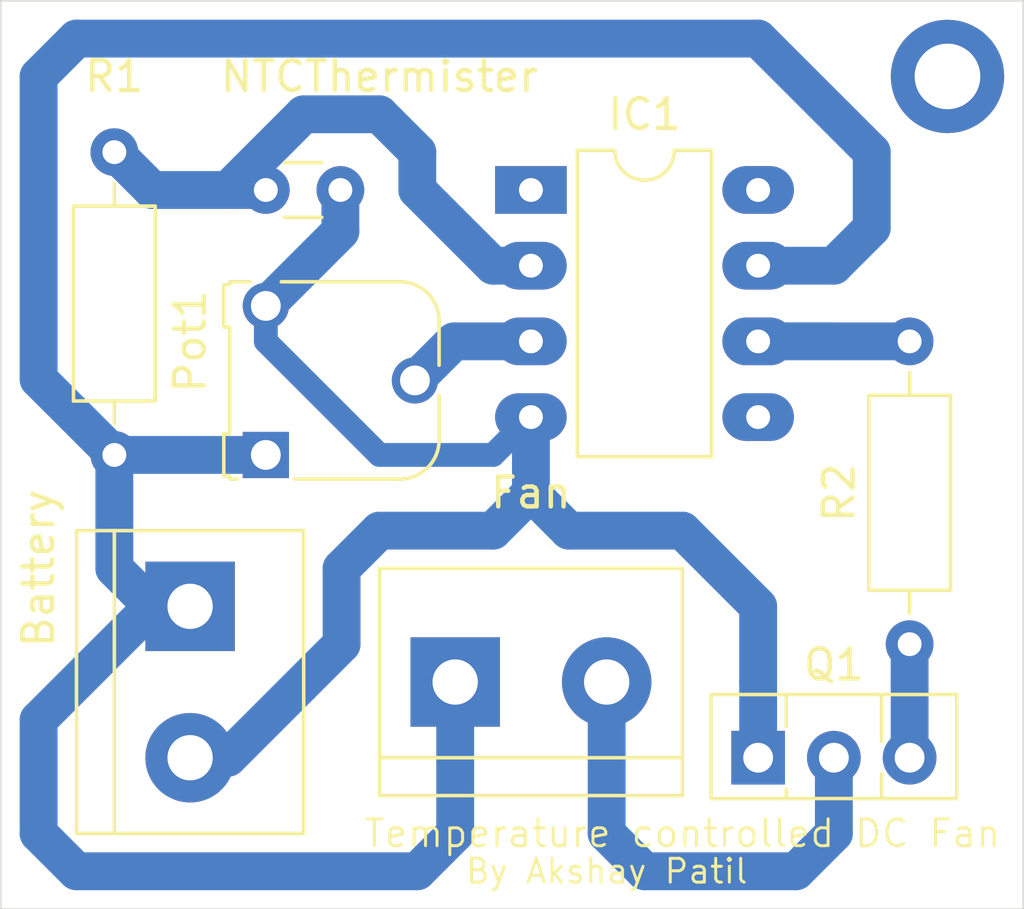
<source format=kicad_pcb>
(kicad_pcb (version 20171130) (host pcbnew "(5.1.9)-1")

  (general
    (thickness 1.6)
    (drawings 6)
    (tracks 58)
    (zones 0)
    (modules 9)
    (nets 11)
  )

  (page A4)
  (layers
    (0 F.Cu signal)
    (31 B.Cu signal)
    (33 F.Adhes user)
    (35 F.Paste user)
    (37 F.SilkS user)
    (38 B.Mask user)
    (39 F.Mask user)
    (40 Dwgs.User user)
    (41 Cmts.User user)
    (42 Eco1.User user)
    (43 Eco2.User user)
    (44 Edge.Cuts user)
    (45 Margin user)
    (46 B.CrtYd user)
    (47 F.CrtYd user)
    (49 F.Fab user)
  )

  (setup
    (last_trace_width 0.25)
    (trace_clearance 0.2)
    (zone_clearance 0.508)
    (zone_45_only no)
    (trace_min 0.2)
    (via_size 0.8)
    (via_drill 0.4)
    (via_min_size 0.4)
    (via_min_drill 0.3)
    (uvia_size 0.3)
    (uvia_drill 0.1)
    (uvias_allowed no)
    (uvia_min_size 0.2)
    (uvia_min_drill 0.1)
    (edge_width 0.05)
    (segment_width 0.2)
    (pcb_text_width 0.3)
    (pcb_text_size 1.5 1.5)
    (mod_edge_width 0.12)
    (mod_text_size 1 1)
    (mod_text_width 0.15)
    (pad_size 3 3)
    (pad_drill 1.52)
    (pad_to_mask_clearance 0)
    (aux_axis_origin 0 0)
    (grid_origin 97.79 97.79)
    (visible_elements 7FFDFFFF)
    (pcbplotparams
      (layerselection 0x010fc_ffffffff)
      (usegerberextensions false)
      (usegerberattributes true)
      (usegerberadvancedattributes true)
      (creategerberjobfile true)
      (excludeedgelayer true)
      (linewidth 0.100000)
      (plotframeref false)
      (viasonmask false)
      (mode 1)
      (useauxorigin false)
      (hpglpennumber 1)
      (hpglpenspeed 20)
      (hpglpendiameter 15.000000)
      (psnegative false)
      (psa4output false)
      (plotreference true)
      (plotvalue true)
      (plotinvisibletext false)
      (padsonsilk false)
      (subtractmaskfromsilk false)
      (outputformat 1)
      (mirror false)
      (drillshape 1)
      (scaleselection 1)
      (outputdirectory ""))
  )

  (net 0 "")
  (net 1 "Net-(Battery1-Pad2)")
  (net 2 "Net-(Battery1-Pad1)")
  (net 3 "Net-(IC1-Pad8)")
  (net 4 "Net-(IC1-Pad3)")
  (net 5 "Net-(IC1-Pad6)")
  (net 6 "Net-(IC1-Pad2)")
  (net 7 "Net-(IC1-Pad5)")
  (net 8 "Net-(IC1-Pad1)")
  (net 9 "Net-(M1-Pad2)")
  (net 10 "Net-(Q1-Pad3)")

  (net_class Default "This is the default net class."
    (clearance 0.2)
    (trace_width 0.25)
    (via_dia 0.8)
    (via_drill 0.4)
    (uvia_dia 0.3)
    (uvia_drill 0.1)
    (add_net "Net-(Battery1-Pad1)")
    (add_net "Net-(Battery1-Pad2)")
    (add_net "Net-(IC1-Pad1)")
    (add_net "Net-(IC1-Pad2)")
    (add_net "Net-(IC1-Pad3)")
    (add_net "Net-(IC1-Pad5)")
    (add_net "Net-(IC1-Pad6)")
    (add_net "Net-(IC1-Pad8)")
    (add_net "Net-(M1-Pad2)")
    (add_net "Net-(Q1-Pad3)")
  )

  (module TerminalBlock:TerminalBlock_bornier-2_P5.08mm (layer F.Cu) (tedit 6055B045) (tstamp 60559CE7)
    (at 104.14 87.63 270)
    (descr "simple 2-pin terminal block, pitch 5.08mm, revamped version of bornier2")
    (tags "terminal block bornier2")
    (path /60544185)
    (fp_text reference Battery (at -1.27 5.08 270) (layer F.SilkS)
      (effects (font (size 1 1) (thickness 0.15)))
    )
    (fp_text value "12 volts" (at 2.54 5.08 270) (layer F.Fab)
      (effects (font (size 1 1) (thickness 0.15)))
    )
    (fp_line (start -2.41 2.55) (end 7.49 2.55) (layer F.Fab) (width 0.1))
    (fp_line (start -2.46 -3.75) (end -2.46 3.75) (layer F.Fab) (width 0.1))
    (fp_line (start -2.46 3.75) (end 7.54 3.75) (layer F.Fab) (width 0.1))
    (fp_line (start 7.54 3.75) (end 7.54 -3.75) (layer F.Fab) (width 0.1))
    (fp_line (start 7.54 -3.75) (end -2.46 -3.75) (layer F.Fab) (width 0.1))
    (fp_line (start 7.62 2.54) (end -2.54 2.54) (layer F.SilkS) (width 0.12))
    (fp_line (start 7.62 3.81) (end 7.62 -3.81) (layer F.SilkS) (width 0.12))
    (fp_line (start 7.62 -3.81) (end -2.54 -3.81) (layer F.SilkS) (width 0.12))
    (fp_line (start -2.54 -3.81) (end -2.54 3.81) (layer F.SilkS) (width 0.12))
    (fp_line (start -2.54 3.81) (end 7.62 3.81) (layer F.SilkS) (width 0.12))
    (fp_line (start -2.71 -4) (end 7.79 -4) (layer F.CrtYd) (width 0.05))
    (fp_line (start -2.71 -4) (end -2.71 4) (layer F.CrtYd) (width 0.05))
    (fp_line (start 7.79 4) (end 7.79 -4) (layer F.CrtYd) (width 0.05))
    (fp_line (start 7.79 4) (end -2.71 4) (layer F.CrtYd) (width 0.05))
    (fp_text user %R (at 2.54 0 270) (layer F.Fab)
      (effects (font (size 1 1) (thickness 0.15)))
    )
    (pad 2 thru_hole circle (at 5.08 0 270) (size 3 3) (drill 1.52) (layers *.Cu *.Mask)
      (net 1 "Net-(Battery1-Pad2)"))
    (pad 1 thru_hole rect (at 0 0 270) (size 3 3) (drill 1.52) (layers *.Cu *.Mask)
      (net 2 "Net-(Battery1-Pad1)"))
    (model ${KISYS3DMOD}/TerminalBlock.3dshapes/TerminalBlock_bornier-2_P5.08mm.wrl
      (offset (xyz 2.539999961853027 0 0))
      (scale (xyz 1 1 1))
      (rotate (xyz 0 0 0))
    )
    (model "D:/kicad/lib/custom lib 3d/screw terminal 3d/tb5p-2p-5-10-7-6-10-1.snapshot.2/tb5p-2p_p5_l10_w7-6_h10.stp"
      (offset (xyz 2.5 0 5.5))
      (scale (xyz 1 1 1.1))
      (rotate (xyz -90 0 0))
    )
  )

  (module Potentiometer_THT:Potentiometer_Runtron_RM-065_Vertical (layer F.Cu) (tedit 6055ADFD) (tstamp 60559D3A)
    (at 106.68 82.55 90)
    (descr "Potentiometer, vertical, Trimmer, RM-065 http://www.runtron.com/down/PDF%20Datasheet/Carbon%20Film%20Potentiometer/RM065%20RM063.pdf")
    (tags "Potentiometer Trimmer RM-065")
    (path /60535E0F)
    (fp_text reference Pot1 (at 3.81 -2.54 270) (layer F.SilkS)
      (effects (font (size 1 1) (thickness 0.15)))
    )
    (fp_text value "1Mohm " (at 0.11 2.21 90) (layer F.Fab)
      (effects (font (size 1 1) (thickness 0.15)))
    )
    (fp_line (start 5.81 -1.21) (end 5.81 -0.52) (layer F.SilkS) (width 0.12))
    (fp_line (start 5.71 -1.21) (end 5.81 -1.21) (layer F.SilkS) (width 0.12))
    (fp_line (start -0.81 -1.21) (end -0.81 -0.96) (layer F.SilkS) (width 0.12))
    (fp_line (start -0.71 -1.21) (end -0.81 -1.21) (layer F.SilkS) (width 0.12))
    (fp_line (start -0.71 -1.41) (end -0.71 -1.21) (layer F.SilkS) (width 0.12))
    (fp_line (start 0.71 -1.21) (end 0.71 -1.41) (layer F.SilkS) (width 0.12))
    (fp_circle (center 2.5 2.5) (end 5.5 2.5) (layer F.Fab) (width 0.1))
    (fp_line (start -1.03 -1.55) (end 6.03 -1.55) (layer F.CrtYd) (width 0.05))
    (fp_line (start -1.03 -1.55) (end -1.03 6.05) (layer F.CrtYd) (width 0.05))
    (fp_line (start 6.03 6.05) (end 6.03 -1.55) (layer F.CrtYd) (width 0.05))
    (fp_line (start 6.05 6.03) (end -1.05 6.03) (layer F.CrtYd) (width 0.05))
    (fp_line (start 5.7 -1.1) (end -0.7 -1.1) (layer F.Fab) (width 0.1))
    (fp_line (start 4.4 -1.3) (end 4.4 -1.1) (layer F.Fab) (width 0.1))
    (fp_line (start 5.6 -1.3) (end 4.41 -1.3) (layer F.Fab) (width 0.1))
    (fp_line (start 5.6 -1.1) (end 5.6 -1.3) (layer F.Fab) (width 0.1))
    (fp_line (start 0.6 -1.3) (end 0.6 -1.1) (layer F.Fab) (width 0.1))
    (fp_line (start -0.6 -1.3) (end 0.6 -1.3) (layer F.Fab) (width 0.1))
    (fp_line (start -0.6 -1.1) (end -0.6 -1.3) (layer F.Fab) (width 0.1))
    (fp_line (start -0.7 4.5) (end -0.7 -1.1) (layer F.Fab) (width 0.1))
    (fp_line (start 5.7 4.5) (end 5.7 -1.1) (layer F.Fab) (width 0.1))
    (fp_line (start 0.5 5.7) (end 4.5 5.7) (layer F.Fab) (width 0.1))
    (fp_line (start 4.5 5.81) (end 3.01 5.81) (layer F.SilkS) (width 0.12))
    (fp_line (start 5.81 0.52) (end 5.81 4.5) (layer F.SilkS) (width 0.12))
    (fp_line (start -0.81 4.5) (end -0.81 0.96) (layer F.SilkS) (width 0.12))
    (fp_line (start 1.99 5.81) (end 0.5 5.81) (layer F.SilkS) (width 0.12))
    (fp_line (start 5.71 -1.41) (end 5.71 -1.21) (layer F.SilkS) (width 0.12))
    (fp_line (start 4.29 -1.41) (end 5.71 -1.41) (layer F.SilkS) (width 0.12))
    (fp_line (start 4.29 -1.21) (end 4.29 -1.41) (layer F.SilkS) (width 0.12))
    (fp_line (start 0.71 -1.21) (end 4.29 -1.21) (layer F.SilkS) (width 0.12))
    (fp_line (start -0.71 -1.41) (end 0.71 -1.41) (layer F.SilkS) (width 0.12))
    (fp_text user %R (at -2.664 -2.54 180) (layer F.Fab)
      (effects (font (size 0.73 0.73) (thickness 0.15)))
    )
    (fp_arc (start 4.5 4.5) (end 4.5 5.7) (angle -90) (layer F.Fab) (width 0.1))
    (fp_arc (start 0.5 4.5) (end -0.7 4.5) (angle -90) (layer F.Fab) (width 0.1))
    (fp_arc (start 0.5 4.5) (end -0.81 4.5) (angle -90) (layer F.SilkS) (width 0.12))
    (fp_arc (start 4.5 4.5) (end 4.5 5.81) (angle -90) (layer F.SilkS) (width 0.12))
    (pad 2 thru_hole circle (at 2.5 5 90) (size 1.55 1.55) (drill 1) (layers *.Cu *.Mask)
      (net 4 "Net-(IC1-Pad3)"))
    (pad 1 thru_hole rect (at 0 0 90) (size 1.55 1.55) (drill 1) (layers *.Cu *.Mask)
      (net 2 "Net-(Battery1-Pad1)"))
    (pad 3 thru_hole circle (at 5 0 90) (size 1.55 1.55) (drill 1) (layers *.Cu *.Mask)
      (net 1 "Net-(Battery1-Pad2)"))
    (model "D:/kicad/lib/custom lib 3d/potentiometer-trimmer-pot-5-4mm-blue-cad-model-1.snapshot.1/Potentiometer Blue.STEP"
      (offset (xyz 2.5 -2 1.5))
      (scale (xyz 1 1 1))
      (rotate (xyz 0 0 -90))
    )
  )

  (module MountingHole:MountingHole_2.2mm_M2_DIN965_Pad (layer F.Cu) (tedit 56D1B4CB) (tstamp 60560084)
    (at 129.54 69.85)
    (descr "Mounting Hole 2.2mm, M2, DIN965")
    (tags "mounting hole 2.2mm m2 din965")
    (attr virtual)
    (fp_text reference REF** (at -2.54 -1.27 90) (layer F.SilkS) hide
      (effects (font (size 1 1) (thickness 0.15)))
    )
    (fp_text value MountingHole_2.2mm_M2_DIN965_Pad (at 0 2.9) (layer F.Fab)
      (effects (font (size 1 1) (thickness 0.15)))
    )
    (fp_circle (center 0 0) (end 2.15 0) (layer F.CrtYd) (width 0.05))
    (fp_circle (center 0 0) (end 1.9 0) (layer Cmts.User) (width 0.15))
    (fp_text user %R (at 0.3 0) (layer F.Fab)
      (effects (font (size 1 1) (thickness 0.15)))
    )
    (pad 1 thru_hole circle (at 0 0) (size 3.8 3.8) (drill 2.2) (layers *.Cu *.Mask))
  )

  (module Capacitor_THT:C_Disc_D3.0mm_W1.6mm_P2.50mm (layer F.Cu) (tedit 5AE50EF0) (tstamp 60559D29)
    (at 106.68 73.66)
    (descr "C, Disc series, Radial, pin pitch=2.50mm, , diameter*width=3.0*1.6mm^2, Capacitor, http://www.vishay.com/docs/45233/krseries.pdf")
    (tags "C Disc series Radial pin pitch 2.50mm  diameter 3.0mm width 1.6mm Capacitor")
    (path /605378E4)
    (fp_text reference NTCThermister (at 3.81 -3.81) (layer F.SilkS)
      (effects (font (size 1 1) (thickness 0.15)))
    )
    (fp_text value 10kOHM (at 1.25 2.05) (layer F.Fab)
      (effects (font (size 1 1) (thickness 0.15)))
    )
    (fp_line (start -0.25 -0.8) (end -0.25 0.8) (layer F.Fab) (width 0.1))
    (fp_line (start -0.25 0.8) (end 2.75 0.8) (layer F.Fab) (width 0.1))
    (fp_line (start 2.75 0.8) (end 2.75 -0.8) (layer F.Fab) (width 0.1))
    (fp_line (start 2.75 -0.8) (end -0.25 -0.8) (layer F.Fab) (width 0.1))
    (fp_line (start 0.621 -0.92) (end 1.879 -0.92) (layer F.SilkS) (width 0.12))
    (fp_line (start 0.621 0.92) (end 1.879 0.92) (layer F.SilkS) (width 0.12))
    (fp_line (start -1.05 -1.05) (end -1.05 1.05) (layer F.CrtYd) (width 0.05))
    (fp_line (start -1.05 1.05) (end 3.55 1.05) (layer F.CrtYd) (width 0.05))
    (fp_line (start 3.55 1.05) (end 3.55 -1.05) (layer F.CrtYd) (width 0.05))
    (fp_line (start 3.55 -1.05) (end -1.05 -1.05) (layer F.CrtYd) (width 0.05))
    (fp_text user %R (at 1.25 0) (layer F.Fab)
      (effects (font (size 0.6 0.6) (thickness 0.09)))
    )
    (pad 2 thru_hole circle (at 2.5 0) (size 1.6 1.6) (drill 0.8) (layers *.Cu *.Mask)
      (net 1 "Net-(Battery1-Pad2)"))
    (pad 1 thru_hole circle (at 0 0) (size 1.6 1.6) (drill 0.8) (layers *.Cu *.Mask)
      (net 6 "Net-(IC1-Pad2)"))
    (model ${KISYS3DMOD}/Capacitor_THT.3dshapes/C_Disc_D3.0mm_W1.6mm_P2.50mm.wrl
      (at (xyz 0 0 0))
      (scale (xyz 1 1 1))
      (rotate (xyz 0 0 0))
    )
  )

  (module Resistor_THT:R_Axial_DIN0207_L6.3mm_D2.5mm_P10.16mm_Horizontal (layer F.Cu) (tedit 5AE5139B) (tstamp 60559D82)
    (at 128.27 88.9 90)
    (descr "Resistor, Axial_DIN0207 series, Axial, Horizontal, pin pitch=10.16mm, 0.25W = 1/4W, length*diameter=6.3*2.5mm^2, http://cdn-reichelt.de/documents/datenblatt/B400/1_4W%23YAG.pdf")
    (tags "Resistor Axial_DIN0207 series Axial Horizontal pin pitch 10.16mm 0.25W = 1/4W length 6.3mm diameter 2.5mm")
    (path /605398DD)
    (fp_text reference R2 (at 5.08 -2.37 90) (layer F.SilkS)
      (effects (font (size 1 1) (thickness 0.15)))
    )
    (fp_text value "4.7 Kohm" (at 5.08 2.37 90) (layer F.Fab)
      (effects (font (size 1 1) (thickness 0.15)))
    )
    (fp_line (start 1.93 -1.25) (end 1.93 1.25) (layer F.Fab) (width 0.1))
    (fp_line (start 1.93 1.25) (end 8.23 1.25) (layer F.Fab) (width 0.1))
    (fp_line (start 8.23 1.25) (end 8.23 -1.25) (layer F.Fab) (width 0.1))
    (fp_line (start 8.23 -1.25) (end 1.93 -1.25) (layer F.Fab) (width 0.1))
    (fp_line (start 0 0) (end 1.93 0) (layer F.Fab) (width 0.1))
    (fp_line (start 10.16 0) (end 8.23 0) (layer F.Fab) (width 0.1))
    (fp_line (start 1.81 -1.37) (end 1.81 1.37) (layer F.SilkS) (width 0.12))
    (fp_line (start 1.81 1.37) (end 8.35 1.37) (layer F.SilkS) (width 0.12))
    (fp_line (start 8.35 1.37) (end 8.35 -1.37) (layer F.SilkS) (width 0.12))
    (fp_line (start 8.35 -1.37) (end 1.81 -1.37) (layer F.SilkS) (width 0.12))
    (fp_line (start 1.04 0) (end 1.81 0) (layer F.SilkS) (width 0.12))
    (fp_line (start 9.12 0) (end 8.35 0) (layer F.SilkS) (width 0.12))
    (fp_line (start -1.05 -1.5) (end -1.05 1.5) (layer F.CrtYd) (width 0.05))
    (fp_line (start -1.05 1.5) (end 11.21 1.5) (layer F.CrtYd) (width 0.05))
    (fp_line (start 11.21 1.5) (end 11.21 -1.5) (layer F.CrtYd) (width 0.05))
    (fp_line (start 11.21 -1.5) (end -1.05 -1.5) (layer F.CrtYd) (width 0.05))
    (fp_text user %R (at 5.08 0 90) (layer F.Fab)
      (effects (font (size 1 1) (thickness 0.15)))
    )
    (pad 2 thru_hole oval (at 10.16 0 90) (size 1.6 1.6) (drill 0.8) (layers *.Cu *.Mask)
      (net 5 "Net-(IC1-Pad6)"))
    (pad 1 thru_hole circle (at 0 0 90) (size 1.6 1.6) (drill 0.8) (layers *.Cu *.Mask)
      (net 10 "Net-(Q1-Pad3)"))
    (model ${KISYS3DMOD}/Resistor_THT.3dshapes/R_Axial_DIN0207_L6.3mm_D2.5mm_P10.16mm_Horizontal.wrl
      (at (xyz 0 0 0))
      (scale (xyz 1 1 1))
      (rotate (xyz 0 0 0))
    )
  )

  (module Resistor_THT:R_Axial_DIN0207_L6.3mm_D2.5mm_P10.16mm_Horizontal (layer F.Cu) (tedit 6054F518) (tstamp 60559D6B)
    (at 101.6 82.55 90)
    (descr "Resistor, Axial_DIN0207 series, Axial, Horizontal, pin pitch=10.16mm, 0.25W = 1/4W, length*diameter=6.3*2.5mm^2, http://cdn-reichelt.de/documents/datenblatt/B400/1_4W%23YAG.pdf")
    (tags "Resistor Axial_DIN0207 series Axial Horizontal pin pitch 10.16mm 0.25W = 1/4W length 6.3mm diameter 2.5mm")
    (path /605391C8)
    (fp_text reference R1 (at 12.7 0 180) (layer F.SilkS)
      (effects (font (size 1 1) (thickness 0.15)))
    )
    (fp_text value 10Kohm (at 5.08 2.37 90) (layer F.Fab)
      (effects (font (size 1 1) (thickness 0.15)))
    )
    (fp_line (start 1.93 -1.25) (end 1.93 1.25) (layer F.Fab) (width 0.1))
    (fp_line (start 1.93 1.25) (end 8.23 1.25) (layer F.Fab) (width 0.1))
    (fp_line (start 8.23 1.25) (end 8.23 -1.25) (layer F.Fab) (width 0.1))
    (fp_line (start 8.23 -1.25) (end 1.93 -1.25) (layer F.Fab) (width 0.1))
    (fp_line (start 0 0) (end 1.93 0) (layer F.Fab) (width 0.1))
    (fp_line (start 10.16 0) (end 8.23 0) (layer F.Fab) (width 0.1))
    (fp_line (start 1.81 -1.37) (end 1.81 1.37) (layer F.SilkS) (width 0.12))
    (fp_line (start 1.81 1.37) (end 8.35 1.37) (layer F.SilkS) (width 0.12))
    (fp_line (start 8.35 1.37) (end 8.35 -1.37) (layer F.SilkS) (width 0.12))
    (fp_line (start 8.35 -1.37) (end 1.81 -1.37) (layer F.SilkS) (width 0.12))
    (fp_line (start 1.04 0) (end 1.81 0) (layer F.SilkS) (width 0.12))
    (fp_line (start 9.12 0) (end 8.35 0) (layer F.SilkS) (width 0.12))
    (fp_line (start -1.05 -1.5) (end -1.05 1.5) (layer F.CrtYd) (width 0.05))
    (fp_line (start -1.05 1.5) (end 11.21 1.5) (layer F.CrtYd) (width 0.05))
    (fp_line (start 11.21 1.5) (end 11.21 -1.5) (layer F.CrtYd) (width 0.05))
    (fp_line (start 11.21 -1.5) (end -1.05 -1.5) (layer F.CrtYd) (width 0.05))
    (fp_text user %R (at 5.08 0 90) (layer F.Fab)
      (effects (font (size 1 1) (thickness 0.15)))
    )
    (pad 2 thru_hole oval (at 10.16 0 90) (size 1.6 1.6) (drill 0.8) (layers *.Cu *.Mask)
      (net 6 "Net-(IC1-Pad2)"))
    (pad 1 thru_hole circle (at 0 0 90) (size 1.6 1.6) (drill 0.8) (layers *.Cu *.Mask)
      (net 2 "Net-(Battery1-Pad1)"))
    (model ${KISYS3DMOD}/Resistor_THT.3dshapes/R_Axial_DIN0207_L6.3mm_D2.5mm_P10.16mm_Horizontal.wrl
      (at (xyz 0 0 0))
      (scale (xyz 1 1 1))
      (rotate (xyz 0 0 0))
    )
  )

  (module Package_TO_SOT_THT:TO-126-3_Vertical (layer F.Cu) (tedit 5AC8BA0D) (tstamp 60559D54)
    (at 123.19 92.71)
    (descr "TO-126-3, Vertical, RM 2.54mm, see https://www.diodes.com/assets/Package-Files/TO126.pdf")
    (tags "TO-126-3 Vertical RM 2.54mm")
    (path /6053C112)
    (fp_text reference Q1 (at 2.54 -3.12) (layer F.SilkS)
      (effects (font (size 1 1) (thickness 0.15)))
    )
    (fp_text value BD139 (at 2.54 2.5) (layer F.Fab)
      (effects (font (size 1 1) (thickness 0.15)))
    )
    (fp_line (start -1.46 -2) (end -1.46 1.25) (layer F.Fab) (width 0.1))
    (fp_line (start -1.46 1.25) (end 6.54 1.25) (layer F.Fab) (width 0.1))
    (fp_line (start 6.54 1.25) (end 6.54 -2) (layer F.Fab) (width 0.1))
    (fp_line (start 6.54 -2) (end -1.46 -2) (layer F.Fab) (width 0.1))
    (fp_line (start 0.94 -2) (end 0.94 1.25) (layer F.Fab) (width 0.1))
    (fp_line (start 4.14 -2) (end 4.14 1.25) (layer F.Fab) (width 0.1))
    (fp_line (start -1.58 -2.12) (end 6.66 -2.12) (layer F.SilkS) (width 0.12))
    (fp_line (start -1.58 1.37) (end 6.66 1.37) (layer F.SilkS) (width 0.12))
    (fp_line (start -1.58 -2.12) (end -1.58 1.37) (layer F.SilkS) (width 0.12))
    (fp_line (start 6.66 -2.12) (end 6.66 1.37) (layer F.SilkS) (width 0.12))
    (fp_line (start 0.94 -2.12) (end 0.94 -1.05) (layer F.SilkS) (width 0.12))
    (fp_line (start 0.94 1.05) (end 0.94 1.37) (layer F.SilkS) (width 0.12))
    (fp_line (start 4.141 -2.12) (end 4.141 -0.54) (layer F.SilkS) (width 0.12))
    (fp_line (start 4.141 0.54) (end 4.141 1.37) (layer F.SilkS) (width 0.12))
    (fp_line (start -1.71 -2.25) (end -1.71 1.5) (layer F.CrtYd) (width 0.05))
    (fp_line (start -1.71 1.5) (end 6.79 1.5) (layer F.CrtYd) (width 0.05))
    (fp_line (start 6.79 1.5) (end 6.79 -2.25) (layer F.CrtYd) (width 0.05))
    (fp_line (start 6.79 -2.25) (end -1.71 -2.25) (layer F.CrtYd) (width 0.05))
    (fp_text user %R (at 2.54 -3.12) (layer F.Fab)
      (effects (font (size 1 1) (thickness 0.15)))
    )
    (pad 3 thru_hole oval (at 5.08 0) (size 1.8 1.8) (drill 1) (layers *.Cu *.Mask)
      (net 10 "Net-(Q1-Pad3)"))
    (pad 2 thru_hole oval (at 2.54 0) (size 1.8 1.8) (drill 1) (layers *.Cu *.Mask)
      (net 9 "Net-(M1-Pad2)"))
    (pad 1 thru_hole rect (at 0 0) (size 1.8 1.8) (drill 1) (layers *.Cu *.Mask)
      (net 1 "Net-(Battery1-Pad2)"))
    (model ${KISYS3DMOD}/Package_TO_SOT_THT.3dshapes/TO-126-3_Vertical.wrl
      (at (xyz 0 0 0))
      (scale (xyz 1 1 1))
      (rotate (xyz 0 0 0))
    )
  )

  (module Package_DIP:DIP-8_W7.62mm_LongPads (layer F.Cu) (tedit 5A02E8C5) (tstamp 60559D03)
    (at 115.57 73.66)
    (descr "8-lead though-hole mounted DIP package, row spacing 7.62 mm (300 mils), LongPads")
    (tags "THT DIP DIL PDIP 2.54mm 7.62mm 300mil LongPads")
    (path /6053CA0E)
    (fp_text reference IC1 (at 3.81 -2.54) (layer F.SilkS)
      (effects (font (size 1 1) (thickness 0.15)))
    )
    (fp_text value LM741 (at 3.81 9.95) (layer F.Fab)
      (effects (font (size 1 1) (thickness 0.15)))
    )
    (fp_line (start 1.635 -1.27) (end 6.985 -1.27) (layer F.Fab) (width 0.1))
    (fp_line (start 6.985 -1.27) (end 6.985 8.89) (layer F.Fab) (width 0.1))
    (fp_line (start 6.985 8.89) (end 0.635 8.89) (layer F.Fab) (width 0.1))
    (fp_line (start 0.635 8.89) (end 0.635 -0.27) (layer F.Fab) (width 0.1))
    (fp_line (start 0.635 -0.27) (end 1.635 -1.27) (layer F.Fab) (width 0.1))
    (fp_line (start 2.81 -1.33) (end 1.56 -1.33) (layer F.SilkS) (width 0.12))
    (fp_line (start 1.56 -1.33) (end 1.56 8.95) (layer F.SilkS) (width 0.12))
    (fp_line (start 1.56 8.95) (end 6.06 8.95) (layer F.SilkS) (width 0.12))
    (fp_line (start 6.06 8.95) (end 6.06 -1.33) (layer F.SilkS) (width 0.12))
    (fp_line (start 6.06 -1.33) (end 4.81 -1.33) (layer F.SilkS) (width 0.12))
    (fp_line (start -1.45 -1.55) (end -1.45 9.15) (layer F.CrtYd) (width 0.05))
    (fp_line (start -1.45 9.15) (end 9.1 9.15) (layer F.CrtYd) (width 0.05))
    (fp_line (start 9.1 9.15) (end 9.1 -1.55) (layer F.CrtYd) (width 0.05))
    (fp_line (start 9.1 -1.55) (end -1.45 -1.55) (layer F.CrtYd) (width 0.05))
    (fp_text user %R (at 3.81 3.81) (layer F.Fab)
      (effects (font (size 1 1) (thickness 0.15)))
    )
    (fp_arc (start 3.81 -1.33) (end 2.81 -1.33) (angle -180) (layer F.SilkS) (width 0.12))
    (pad 8 thru_hole oval (at 7.62 0) (size 2.4 1.6) (drill 0.8) (layers *.Cu *.Mask)
      (net 3 "Net-(IC1-Pad8)"))
    (pad 4 thru_hole oval (at 0 7.62) (size 2.4 1.6) (drill 0.8) (layers *.Cu *.Mask)
      (net 1 "Net-(Battery1-Pad2)"))
    (pad 7 thru_hole oval (at 7.62 2.54) (size 2.4 1.6) (drill 0.8) (layers *.Cu *.Mask)
      (net 2 "Net-(Battery1-Pad1)"))
    (pad 3 thru_hole oval (at 0 5.08) (size 2.4 1.6) (drill 0.8) (layers *.Cu *.Mask)
      (net 4 "Net-(IC1-Pad3)"))
    (pad 6 thru_hole oval (at 7.62 5.08) (size 2.4 1.6) (drill 0.8) (layers *.Cu *.Mask)
      (net 5 "Net-(IC1-Pad6)"))
    (pad 2 thru_hole oval (at 0 2.54) (size 2.4 1.6) (drill 0.8) (layers *.Cu *.Mask)
      (net 6 "Net-(IC1-Pad2)"))
    (pad 5 thru_hole oval (at 7.62 7.62) (size 2.4 1.6) (drill 0.8) (layers *.Cu *.Mask)
      (net 7 "Net-(IC1-Pad5)"))
    (pad 1 thru_hole rect (at 0 0) (size 2.4 1.6) (drill 0.8) (layers *.Cu *.Mask)
      (net 8 "Net-(IC1-Pad1)"))
    (model ${KISYS3DMOD}/Package_DIP.3dshapes/DIP-8_W7.62mm.wrl
      (at (xyz 0 0 0))
      (scale (xyz 1 1 1))
      (rotate (xyz 0 0 0))
    )
  )

  (module TerminalBlock:TerminalBlock_bornier-2_P5.08mm (layer F.Cu) (tedit 6055B045) (tstamp 6055BAA8)
    (at 113.03 90.17)
    (descr "simple 2-pin terminal block, pitch 5.08mm, revamped version of bornier2")
    (tags "terminal block bornier2")
    (path /6053B0F5)
    (fp_text reference Fan (at 2.54 -6.35) (layer F.SilkS)
      (effects (font (size 1 1) (thickness 0.15)))
    )
    (fp_text value Fan (at 2.54 5.08) (layer F.Fab)
      (effects (font (size 1 1) (thickness 0.15)))
    )
    (fp_line (start 7.79 4) (end -2.71 4) (layer F.CrtYd) (width 0.05))
    (fp_line (start 7.79 4) (end 7.79 -4) (layer F.CrtYd) (width 0.05))
    (fp_line (start -2.71 -4) (end -2.71 4) (layer F.CrtYd) (width 0.05))
    (fp_line (start -2.71 -4) (end 7.79 -4) (layer F.CrtYd) (width 0.05))
    (fp_line (start -2.54 3.81) (end 7.62 3.81) (layer F.SilkS) (width 0.12))
    (fp_line (start -2.54 -3.81) (end -2.54 3.81) (layer F.SilkS) (width 0.12))
    (fp_line (start 7.62 -3.81) (end -2.54 -3.81) (layer F.SilkS) (width 0.12))
    (fp_line (start 7.62 3.81) (end 7.62 -3.81) (layer F.SilkS) (width 0.12))
    (fp_line (start 7.62 2.54) (end -2.54 2.54) (layer F.SilkS) (width 0.12))
    (fp_line (start 7.54 -3.75) (end -2.46 -3.75) (layer F.Fab) (width 0.1))
    (fp_line (start 7.54 3.75) (end 7.54 -3.75) (layer F.Fab) (width 0.1))
    (fp_line (start -2.46 3.75) (end 7.54 3.75) (layer F.Fab) (width 0.1))
    (fp_line (start -2.46 -3.75) (end -2.46 3.75) (layer F.Fab) (width 0.1))
    (fp_line (start -2.41 2.55) (end 7.49 2.55) (layer F.Fab) (width 0.1))
    (fp_text user %R (at 2.54 0) (layer F.Fab)
      (effects (font (size 1 1) (thickness 0.15)))
    )
    (pad 1 thru_hole rect (at 0 0) (size 3 3) (drill 1.52) (layers *.Cu *.Mask)
      (net 2 "Net-(Battery1-Pad1)"))
    (pad 2 thru_hole circle (at 5.08 0) (size 3 3) (drill 1.52) (layers *.Cu *.Mask)
      (net 9 "Net-(M1-Pad2)"))
    (model ${KISYS3DMOD}/TerminalBlock.3dshapes/TerminalBlock_bornier-2_P5.08mm.wrl
      (offset (xyz 2.539999961853027 0 0))
      (scale (xyz 1 1 1))
      (rotate (xyz 0 0 0))
    )
    (model "D:/kicad/lib/custom lib 3d/screw terminal 3d/tb5p-2p-5-10-7-6-10-1.snapshot.2/tb5p-2p_p5_l10_w7-6_h10.stp"
      (offset (xyz 2.5 0 5.5))
      (scale (xyz 1 1 1.1))
      (rotate (xyz -90 0 0))
    )
  )

  (gr_text "By Akshay Patil" (at 118.11 96.52) (layer F.SilkS) (tstamp 60560299)
    (effects (font (size 0.8 0.8) (thickness 0.1)))
  )
  (gr_line (start 132.08 67.31) (end 132.08 97.79) (layer Edge.Cuts) (width 0.05))
  (gr_line (start 132.08 97.79) (end 97.79 97.79) (layer Edge.Cuts) (width 0.05) (tstamp 60560161))
  (gr_line (start 97.79 67.31) (end 132.08 67.31) (layer Edge.Cuts) (width 0.05))
  (gr_line (start 97.79 97.79) (end 97.79 67.31) (layer Edge.Cuts) (width 0.05))
  (gr_text "Temperature controlled DC Fan" (at 120.65 95.25) (layer F.SilkS)
    (effects (font (size 0.9 0.9) (thickness 0.1)))
  )

  (segment (start 106.84 77.39) (end 106.68 77.55) (width 1.27) (layer B.Cu) (net 1))
  (segment (start 114.3 85.09) (end 115.57 83.82) (width 1.27) (layer B.Cu) (net 1))
  (segment (start 110.49 85.09) (end 114.3 85.09) (width 1.27) (layer B.Cu) (net 1))
  (segment (start 115.57 83.82) (end 115.57 81.28) (width 1.27) (layer B.Cu) (net 1))
  (segment (start 109.22 86.36) (end 110.49 85.09) (width 1.27) (layer B.Cu) (net 1))
  (segment (start 109.22 88.9) (end 109.22 86.36) (width 1.27) (layer B.Cu) (net 1))
  (segment (start 105.41 92.71) (end 109.22 88.9) (width 1.27) (layer B.Cu) (net 1))
  (segment (start 104.14 92.71) (end 105.41 92.71) (width 1.27) (layer B.Cu) (net 1))
  (segment (start 120.65 85.09) (end 116.84 85.09) (width 1.27) (layer B.Cu) (net 1))
  (segment (start 123.19 87.63) (end 120.65 85.09) (width 1.27) (layer B.Cu) (net 1))
  (segment (start 116.84 85.09) (end 115.57 83.82) (width 1.27) (layer B.Cu) (net 1))
  (segment (start 123.19 90.17) (end 123.19 87.63) (width 1.27) (layer B.Cu) (net 1))
  (segment (start 123.19 90.17) (end 123.19 92.71) (width 1.27) (layer B.Cu) (net 1))
  (segment (start 110.49 82.55) (end 114.3 82.55) (width 0.8) (layer B.Cu) (net 1))
  (segment (start 106.68 78.74) (end 110.49 82.55) (width 0.8) (layer B.Cu) (net 1))
  (segment (start 114.3 82.55) (end 115.57 81.28) (width 0.8) (layer B.Cu) (net 1))
  (segment (start 106.68 77.55) (end 106.68 78.74) (width 0.8) (layer B.Cu) (net 1))
  (segment (start 109.18 75.05) (end 106.68 77.55) (width 1.27) (layer B.Cu) (net 1))
  (segment (start 109.18 73.66) (end 109.18 75.05) (width 1.27) (layer B.Cu) (net 1))
  (segment (start 101.6 82.55) (end 101.6 86.36) (width 1.27) (layer B.Cu) (net 2))
  (segment (start 102.87 87.63) (end 104.14 87.63) (width 1.27) (layer B.Cu) (net 2))
  (segment (start 101.6 86.36) (end 102.87 87.63) (width 1.27) (layer B.Cu) (net 2))
  (segment (start 113.03 95.25) (end 113.03 90.17) (width 1.27) (layer B.Cu) (net 2))
  (segment (start 111.76 96.52) (end 113.03 95.25) (width 1.27) (layer B.Cu) (net 2))
  (segment (start 100.33 96.52) (end 111.76 96.52) (width 1.27) (layer B.Cu) (net 2))
  (segment (start 99.06 95.25) (end 100.33 96.52) (width 1.27) (layer B.Cu) (net 2))
  (segment (start 99.06 91.44) (end 99.06 95.25) (width 1.27) (layer B.Cu) (net 2))
  (segment (start 102.87 87.63) (end 99.06 91.44) (width 1.27) (layer B.Cu) (net 2))
  (segment (start 101.6 82.55) (end 106.68 82.55) (width 1.27) (layer B.Cu) (net 2))
  (segment (start 99.06 80.01) (end 101.6 82.55) (width 1.27) (layer B.Cu) (net 2))
  (segment (start 99.06 69.85) (end 99.06 80.01) (width 1.27) (layer B.Cu) (net 2))
  (segment (start 100.33 68.58) (end 99.06 69.85) (width 1.27) (layer B.Cu) (net 2))
  (segment (start 123.19 68.58) (end 100.33 68.58) (width 1.27) (layer B.Cu) (net 2))
  (segment (start 127 72.39) (end 123.19 68.58) (width 1.27) (layer B.Cu) (net 2))
  (segment (start 127 74.93) (end 127 72.39) (width 1.27) (layer B.Cu) (net 2))
  (segment (start 125.73 76.2) (end 127 74.93) (width 1.27) (layer B.Cu) (net 2))
  (segment (start 123.19 76.2) (end 125.73 76.2) (width 1.27) (layer B.Cu) (net 2))
  (segment (start 115.53 78.78) (end 115.57 78.74) (width 1.27) (layer B.Cu) (net 4))
  (segment (start 111.68 80.05) (end 112.99 78.74) (width 1.27) (layer B.Cu) (net 4))
  (segment (start 112.99 78.74) (end 115.57 78.74) (width 1.27) (layer B.Cu) (net 4))
  (segment (start 123.19 78.74) (end 125.73 78.74) (width 1.27) (layer B.Cu) (net 5))
  (segment (start 128.27 78.74) (end 123.19 78.74) (width 1.27) (layer B.Cu) (net 5))
  (segment (start 102.87 73.66) (end 101.6 72.39) (width 1.27) (layer B.Cu) (net 6))
  (segment (start 106.68 73.66) (end 105.41 73.66) (width 1.27) (layer B.Cu) (net 6))
  (segment (start 105.41 73.66) (end 102.87 73.66) (width 1.27) (layer B.Cu) (net 6))
  (segment (start 111.76 73.66) (end 114.3 76.2) (width 1.27) (layer B.Cu) (net 6))
  (segment (start 111.76 72.39) (end 111.76 73.66) (width 1.27) (layer B.Cu) (net 6))
  (segment (start 110.49 71.12) (end 111.76 72.39) (width 1.27) (layer B.Cu) (net 6))
  (segment (start 114.3 76.2) (end 115.57 76.2) (width 1.27) (layer B.Cu) (net 6))
  (segment (start 107.95 71.12) (end 110.49 71.12) (width 1.27) (layer B.Cu) (net 6))
  (segment (start 105.41 73.66) (end 107.95 71.12) (width 1.27) (layer B.Cu) (net 6))
  (segment (start 125.73 95.25) (end 125.73 92.71) (width 1.27) (layer B.Cu) (net 9))
  (segment (start 124.46 96.52) (end 125.73 95.25) (width 1.27) (layer B.Cu) (net 9))
  (segment (start 119.38 96.52) (end 124.46 96.52) (width 1.27) (layer B.Cu) (net 9))
  (segment (start 118.11 95.25) (end 119.38 96.52) (width 1.27) (layer B.Cu) (net 9))
  (segment (start 118.11 90.17) (end 118.11 95.25) (width 1.27) (layer B.Cu) (net 9))
  (segment (start 128.27 90.17) (end 128.27 92.71) (width 1.27) (layer B.Cu) (net 10))
  (segment (start 128.27 90.17) (end 128.27 88.9) (width 1.27) (layer B.Cu) (net 10))

)

</source>
